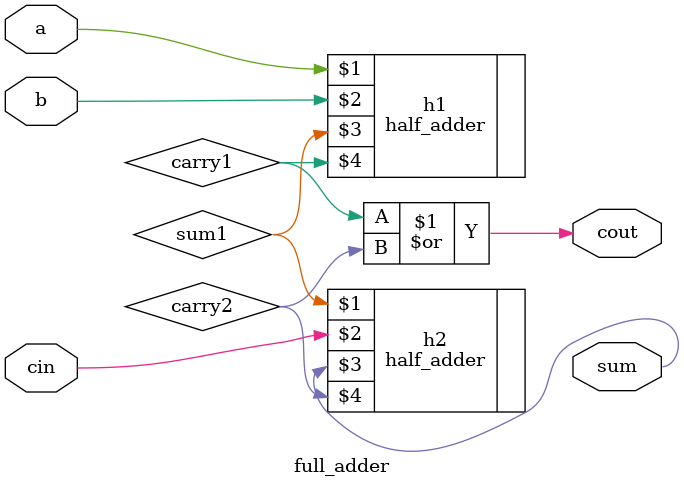
<source format=v>

`timescale 1ps / 1ps


module full_adder ( a ,b ,cin ,sum ,cout );

input a;
wire a;
input b;
wire b;
input cin;
wire cin;
output sum;
wire sum;
output cout;
wire cout;

//}} End of automatically maintained section

wire sum1,carry1,sum2,carry2;


half_adder h1(a,b,sum1,carry1);
half_adder h2(sum1,cin,sum,carry2);

assign cout= carry1 | carry2;

// Enter your statements here //

endmodule

</source>
